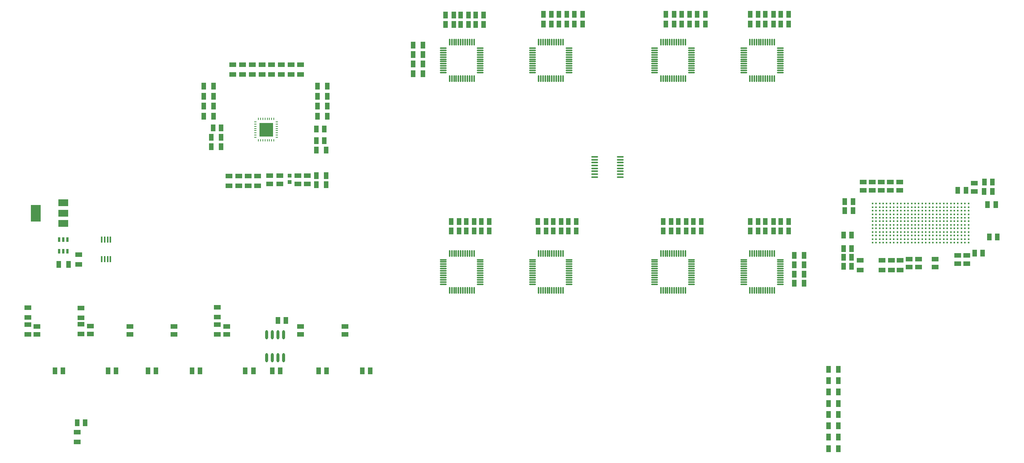
<source format=gtp>
G04 Layer_Color=8421504*
%FSLAX43Y43*%
%MOMM*%
G71*
G01*
G75*
%ADD15O,1.550X0.300*%
%ADD16O,0.300X1.550*%
%ADD17R,1.000X1.500*%
%ADD18R,2.200X1.500*%
%ADD19R,2.200X3.800*%
%ADD20R,0.450X1.450*%
%ADD21R,1.500X1.000*%
%ADD22R,0.900X0.900*%
%ADD23R,0.600X1.050*%
%ADD24O,0.600X2.100*%
%ADD25O,1.550X0.350*%
%ADD26R,3.100X3.100*%
%ADD27R,0.250X0.600*%
%ADD28R,0.600X0.250*%
%ADD29C,0.400*%
D15*
X113350Y95450D02*
D03*
Y95950D02*
D03*
Y96450D02*
D03*
Y96950D02*
D03*
Y97450D02*
D03*
Y97950D02*
D03*
Y98450D02*
D03*
Y98950D02*
D03*
Y99450D02*
D03*
Y99950D02*
D03*
Y100450D02*
D03*
Y100950D02*
D03*
X105100D02*
D03*
Y100450D02*
D03*
Y99950D02*
D03*
Y99450D02*
D03*
Y98950D02*
D03*
Y98450D02*
D03*
Y97950D02*
D03*
Y97450D02*
D03*
Y96950D02*
D03*
Y96450D02*
D03*
Y95950D02*
D03*
Y95450D02*
D03*
X180850D02*
D03*
Y95950D02*
D03*
Y96450D02*
D03*
Y96950D02*
D03*
Y97450D02*
D03*
Y97950D02*
D03*
Y98450D02*
D03*
Y98950D02*
D03*
Y99450D02*
D03*
Y99950D02*
D03*
Y100450D02*
D03*
Y100950D02*
D03*
X172600D02*
D03*
Y100450D02*
D03*
Y99950D02*
D03*
Y99450D02*
D03*
Y98950D02*
D03*
Y98450D02*
D03*
Y97950D02*
D03*
Y97450D02*
D03*
Y96950D02*
D03*
Y96450D02*
D03*
Y95950D02*
D03*
Y95450D02*
D03*
X160850D02*
D03*
Y95950D02*
D03*
Y96450D02*
D03*
Y96950D02*
D03*
Y97450D02*
D03*
Y97950D02*
D03*
Y98450D02*
D03*
Y98950D02*
D03*
Y99450D02*
D03*
Y99950D02*
D03*
Y100450D02*
D03*
Y100950D02*
D03*
X152600D02*
D03*
Y100450D02*
D03*
Y99950D02*
D03*
Y99450D02*
D03*
Y98950D02*
D03*
Y98450D02*
D03*
Y97950D02*
D03*
Y97450D02*
D03*
Y96950D02*
D03*
Y96450D02*
D03*
Y95950D02*
D03*
Y95450D02*
D03*
X133350D02*
D03*
Y95950D02*
D03*
Y96450D02*
D03*
Y96950D02*
D03*
Y97450D02*
D03*
Y97950D02*
D03*
Y98450D02*
D03*
Y98950D02*
D03*
Y99450D02*
D03*
Y99950D02*
D03*
Y100450D02*
D03*
Y100950D02*
D03*
X125100D02*
D03*
Y100450D02*
D03*
Y99950D02*
D03*
Y99450D02*
D03*
Y98950D02*
D03*
Y98450D02*
D03*
Y97950D02*
D03*
Y97450D02*
D03*
Y96950D02*
D03*
Y96450D02*
D03*
Y95950D02*
D03*
Y95450D02*
D03*
X180850Y47825D02*
D03*
Y48325D02*
D03*
Y48825D02*
D03*
Y49325D02*
D03*
Y49825D02*
D03*
Y50325D02*
D03*
Y50825D02*
D03*
Y51325D02*
D03*
Y51825D02*
D03*
Y52325D02*
D03*
Y52825D02*
D03*
Y53325D02*
D03*
X172600D02*
D03*
Y52825D02*
D03*
Y52325D02*
D03*
Y51825D02*
D03*
Y51325D02*
D03*
Y50825D02*
D03*
Y50325D02*
D03*
Y49825D02*
D03*
Y49325D02*
D03*
Y48825D02*
D03*
Y48325D02*
D03*
Y47825D02*
D03*
X160850D02*
D03*
Y48325D02*
D03*
Y48825D02*
D03*
Y49325D02*
D03*
Y49825D02*
D03*
Y50325D02*
D03*
Y50825D02*
D03*
Y51325D02*
D03*
Y51825D02*
D03*
Y52325D02*
D03*
Y52825D02*
D03*
Y53325D02*
D03*
X152600D02*
D03*
Y52825D02*
D03*
Y52325D02*
D03*
Y51825D02*
D03*
Y51325D02*
D03*
Y50825D02*
D03*
Y50325D02*
D03*
Y49825D02*
D03*
Y49325D02*
D03*
Y48825D02*
D03*
Y48325D02*
D03*
Y47825D02*
D03*
X133350D02*
D03*
Y48325D02*
D03*
Y48825D02*
D03*
Y49325D02*
D03*
Y49825D02*
D03*
Y50325D02*
D03*
Y50825D02*
D03*
Y51325D02*
D03*
Y51825D02*
D03*
Y52325D02*
D03*
Y52825D02*
D03*
Y53325D02*
D03*
X125100D02*
D03*
Y52825D02*
D03*
Y52325D02*
D03*
Y51825D02*
D03*
Y51325D02*
D03*
Y50825D02*
D03*
Y50325D02*
D03*
Y49825D02*
D03*
Y49325D02*
D03*
Y48825D02*
D03*
Y48325D02*
D03*
Y47825D02*
D03*
X113350D02*
D03*
Y48325D02*
D03*
Y48825D02*
D03*
Y49325D02*
D03*
Y49825D02*
D03*
Y50325D02*
D03*
Y50825D02*
D03*
Y51325D02*
D03*
Y51825D02*
D03*
Y52325D02*
D03*
Y52825D02*
D03*
Y53325D02*
D03*
X105100D02*
D03*
Y52825D02*
D03*
Y52325D02*
D03*
Y51825D02*
D03*
Y51325D02*
D03*
Y50825D02*
D03*
Y50325D02*
D03*
Y49825D02*
D03*
Y49325D02*
D03*
Y48825D02*
D03*
Y48325D02*
D03*
Y47825D02*
D03*
D16*
X111975Y102325D02*
D03*
X111475D02*
D03*
X110975D02*
D03*
X110475D02*
D03*
X109975D02*
D03*
X109475D02*
D03*
X108975D02*
D03*
X108475D02*
D03*
X107975D02*
D03*
X107475D02*
D03*
X106975D02*
D03*
X106475D02*
D03*
Y94075D02*
D03*
X106975D02*
D03*
X107475D02*
D03*
X107975D02*
D03*
X108475D02*
D03*
X108975D02*
D03*
X109475D02*
D03*
X109975D02*
D03*
X110475D02*
D03*
X110975D02*
D03*
X111475D02*
D03*
X111975D02*
D03*
X179475Y102325D02*
D03*
X178975D02*
D03*
X178475D02*
D03*
X177975D02*
D03*
X177475D02*
D03*
X176975D02*
D03*
X176475D02*
D03*
X175975D02*
D03*
X175475D02*
D03*
X174975D02*
D03*
X174475D02*
D03*
X173975D02*
D03*
Y94075D02*
D03*
X174475D02*
D03*
X174975D02*
D03*
X175475D02*
D03*
X175975D02*
D03*
X176475D02*
D03*
X176975D02*
D03*
X177475D02*
D03*
X177975D02*
D03*
X178475D02*
D03*
X178975D02*
D03*
X179475D02*
D03*
X159475Y102325D02*
D03*
X158975D02*
D03*
X158475D02*
D03*
X157975D02*
D03*
X157475D02*
D03*
X156975D02*
D03*
X156475D02*
D03*
X155975D02*
D03*
X155475D02*
D03*
X154975D02*
D03*
X154475D02*
D03*
X153975D02*
D03*
Y94075D02*
D03*
X154475D02*
D03*
X154975D02*
D03*
X155475D02*
D03*
X155975D02*
D03*
X156475D02*
D03*
X156975D02*
D03*
X157475D02*
D03*
X157975D02*
D03*
X158475D02*
D03*
X158975D02*
D03*
X159475D02*
D03*
X131975Y102325D02*
D03*
X131475D02*
D03*
X130975D02*
D03*
X130475D02*
D03*
X129975D02*
D03*
X129475D02*
D03*
X128975D02*
D03*
X128475D02*
D03*
X127975D02*
D03*
X127475D02*
D03*
X126975D02*
D03*
X126475D02*
D03*
Y94075D02*
D03*
X126975D02*
D03*
X127475D02*
D03*
X127975D02*
D03*
X128475D02*
D03*
X128975D02*
D03*
X129475D02*
D03*
X129975D02*
D03*
X130475D02*
D03*
X130975D02*
D03*
X131475D02*
D03*
X131975D02*
D03*
X179475Y54700D02*
D03*
X178975D02*
D03*
X178475D02*
D03*
X177975D02*
D03*
X177475D02*
D03*
X176975D02*
D03*
X176475D02*
D03*
X175975D02*
D03*
X175475D02*
D03*
X174975D02*
D03*
X174475D02*
D03*
X173975D02*
D03*
Y46450D02*
D03*
X174475D02*
D03*
X174975D02*
D03*
X175475D02*
D03*
X175975D02*
D03*
X176475D02*
D03*
X176975D02*
D03*
X177475D02*
D03*
X177975D02*
D03*
X178475D02*
D03*
X178975D02*
D03*
X179475D02*
D03*
X159475Y54700D02*
D03*
X158975D02*
D03*
X158475D02*
D03*
X157975D02*
D03*
X157475D02*
D03*
X156975D02*
D03*
X156475D02*
D03*
X155975D02*
D03*
X155475D02*
D03*
X154975D02*
D03*
X154475D02*
D03*
X153975D02*
D03*
Y46450D02*
D03*
X154475D02*
D03*
X154975D02*
D03*
X155475D02*
D03*
X155975D02*
D03*
X156475D02*
D03*
X156975D02*
D03*
X157475D02*
D03*
X157975D02*
D03*
X158475D02*
D03*
X158975D02*
D03*
X159475D02*
D03*
X131975Y54700D02*
D03*
X131475D02*
D03*
X130975D02*
D03*
X130475D02*
D03*
X129975D02*
D03*
X129475D02*
D03*
X128975D02*
D03*
X128475D02*
D03*
X127975D02*
D03*
X127475D02*
D03*
X126975D02*
D03*
X126475D02*
D03*
Y46450D02*
D03*
X126975D02*
D03*
X127475D02*
D03*
X127975D02*
D03*
X128475D02*
D03*
X128975D02*
D03*
X129475D02*
D03*
X129975D02*
D03*
X130475D02*
D03*
X130975D02*
D03*
X131475D02*
D03*
X131975D02*
D03*
X111975Y54700D02*
D03*
X111475D02*
D03*
X110975D02*
D03*
X110475D02*
D03*
X109975D02*
D03*
X109475D02*
D03*
X108975D02*
D03*
X108475D02*
D03*
X107975D02*
D03*
X107475D02*
D03*
X106975D02*
D03*
X106475D02*
D03*
Y46450D02*
D03*
X106975D02*
D03*
X107475D02*
D03*
X107975D02*
D03*
X108475D02*
D03*
X108975D02*
D03*
X109475D02*
D03*
X109975D02*
D03*
X110475D02*
D03*
X110975D02*
D03*
X111475D02*
D03*
X111975D02*
D03*
D17*
X129762Y61925D02*
D03*
X131562D02*
D03*
X31525Y28350D02*
D03*
X29725D02*
D03*
X19575D02*
D03*
X17775D02*
D03*
X195025Y55825D02*
D03*
X196825D02*
D03*
X69706Y39698D02*
D03*
X67906D02*
D03*
X68381Y28325D02*
D03*
X66581D02*
D03*
X224500Y54825D02*
D03*
X226300D02*
D03*
X220750Y68950D02*
D03*
X222550D02*
D03*
X229225Y65750D02*
D03*
X227425D02*
D03*
X229625Y58450D02*
D03*
X227825D02*
D03*
X226700Y70775D02*
D03*
X228500D02*
D03*
X226675Y68725D02*
D03*
X228475D02*
D03*
X195357Y64375D02*
D03*
X197157D02*
D03*
X195357Y66450D02*
D03*
X197157D02*
D03*
X195075Y58850D02*
D03*
X196875D02*
D03*
X195025Y53850D02*
D03*
X196825D02*
D03*
X195025Y51887D02*
D03*
X196825D02*
D03*
X53325Y82975D02*
D03*
X55125D02*
D03*
X78336Y82725D02*
D03*
X76536D02*
D03*
X78336Y80100D02*
D03*
X76536D02*
D03*
X88625Y28325D02*
D03*
X86825D02*
D03*
X78825D02*
D03*
X77025D02*
D03*
X62350D02*
D03*
X60550D02*
D03*
X40475Y28350D02*
D03*
X38675D02*
D03*
X50375Y28325D02*
D03*
X48575D02*
D03*
X24525Y16600D02*
D03*
X22725D02*
D03*
X106825Y61925D02*
D03*
X108625D02*
D03*
X106825Y59800D02*
D03*
X108625D02*
D03*
X110200D02*
D03*
X112000D02*
D03*
X113600Y61925D02*
D03*
X115400D02*
D03*
X113575Y59800D02*
D03*
X115375D02*
D03*
X126350Y61925D02*
D03*
X128150D02*
D03*
X126400Y59800D02*
D03*
X128200D02*
D03*
X129788D02*
D03*
X131587D02*
D03*
X133175Y61925D02*
D03*
X134975D02*
D03*
X133175Y59800D02*
D03*
X134975D02*
D03*
X154525Y61925D02*
D03*
X156325D02*
D03*
X154525Y59800D02*
D03*
X156325D02*
D03*
X157887D02*
D03*
X159687D02*
D03*
X161275Y61925D02*
D03*
X163075D02*
D03*
X161250Y59800D02*
D03*
X163050D02*
D03*
X174050Y61925D02*
D03*
X175850D02*
D03*
X174050Y59800D02*
D03*
X175850D02*
D03*
X177475D02*
D03*
X179275D02*
D03*
X180900Y61925D02*
D03*
X182700D02*
D03*
X180900Y59800D02*
D03*
X182700D02*
D03*
X105600Y108400D02*
D03*
X107400D02*
D03*
X105600Y106250D02*
D03*
X107400D02*
D03*
X108975Y106250D02*
D03*
X110775D02*
D03*
X112350Y108400D02*
D03*
X114150D02*
D03*
X112350Y106250D02*
D03*
X114150D02*
D03*
X127575Y108550D02*
D03*
X129375D02*
D03*
X127575Y106400D02*
D03*
X129375D02*
D03*
X131050Y108550D02*
D03*
X132850D02*
D03*
X131050Y106400D02*
D03*
X132850D02*
D03*
X134550Y108550D02*
D03*
X136350D02*
D03*
X134550Y106400D02*
D03*
X136350D02*
D03*
X155125Y108550D02*
D03*
X156925D02*
D03*
X155125Y106400D02*
D03*
X156925D02*
D03*
X158625Y108550D02*
D03*
X160425D02*
D03*
X158625Y106400D02*
D03*
X160425D02*
D03*
X163950Y108550D02*
D03*
X162150D02*
D03*
X163950Y106400D02*
D03*
X162150D02*
D03*
X174050Y108550D02*
D03*
X175850D02*
D03*
X174050Y106400D02*
D03*
X175850D02*
D03*
X177475Y108550D02*
D03*
X179275D02*
D03*
X177475Y106400D02*
D03*
X179275D02*
D03*
X182700Y108550D02*
D03*
X180900D02*
D03*
X182700Y106400D02*
D03*
X180900D02*
D03*
X51236Y92400D02*
D03*
X53436D02*
D03*
X51236Y90137D02*
D03*
X53436D02*
D03*
X76786Y92400D02*
D03*
X78986D02*
D03*
X76786Y90137D02*
D03*
X78986D02*
D03*
X76786Y87875D02*
D03*
X78986D02*
D03*
X76786Y85612D02*
D03*
X78986D02*
D03*
X51236Y87875D02*
D03*
X53436D02*
D03*
X51236Y85612D02*
D03*
X53436D02*
D03*
X52925Y80850D02*
D03*
X55125D02*
D03*
X52925Y78775D02*
D03*
X55125D02*
D03*
X76511Y72225D02*
D03*
X78711D02*
D03*
Y70200D02*
D03*
X76511D02*
D03*
X78736Y78025D02*
D03*
X76536D02*
D03*
X191675Y10800D02*
D03*
X193875D02*
D03*
X191675Y13370D02*
D03*
X193875D02*
D03*
X191675Y15950D02*
D03*
X193875D02*
D03*
X191675Y18450D02*
D03*
X193875D02*
D03*
X191675Y20975D02*
D03*
X193875D02*
D03*
X191675Y23550D02*
D03*
X193875D02*
D03*
X191675Y26075D02*
D03*
X193875D02*
D03*
X191675Y28610D02*
D03*
X193875D02*
D03*
X98325Y97375D02*
D03*
X100525D02*
D03*
X98325Y99525D02*
D03*
X100525D02*
D03*
X20825Y52275D02*
D03*
X18625D02*
D03*
X98325Y95225D02*
D03*
X100525D02*
D03*
X98325Y101675D02*
D03*
X100525D02*
D03*
X186200Y54300D02*
D03*
X184000D02*
D03*
X186200Y52175D02*
D03*
X184000D02*
D03*
X186200Y50100D02*
D03*
X184000D02*
D03*
X186200Y48025D02*
D03*
X184000D02*
D03*
X108975Y108400D02*
D03*
X110775D02*
D03*
X177475Y61925D02*
D03*
X179275D02*
D03*
X157900D02*
D03*
X159700D02*
D03*
X110212D02*
D03*
X112012D02*
D03*
D18*
X19650Y63825D02*
D03*
Y61525D02*
D03*
Y66125D02*
D03*
D19*
X13450Y63825D02*
D03*
D20*
X28300Y53475D02*
D03*
X28950D02*
D03*
X29600D02*
D03*
X30250D02*
D03*
X28300Y57875D02*
D03*
X28950D02*
D03*
X29600D02*
D03*
X30250D02*
D03*
D21*
X220675Y52475D02*
D03*
Y54275D02*
D03*
X215625Y51650D02*
D03*
Y53450D02*
D03*
X222725Y52475D02*
D03*
Y54275D02*
D03*
X205600Y70775D02*
D03*
Y68975D02*
D03*
X211875Y51650D02*
D03*
Y53450D02*
D03*
X224450Y70525D02*
D03*
Y68725D02*
D03*
X207675Y70775D02*
D03*
Y68975D02*
D03*
X203550Y70775D02*
D03*
Y68975D02*
D03*
X201500Y70775D02*
D03*
Y68975D02*
D03*
X209825Y51650D02*
D03*
Y53450D02*
D03*
X199425Y70775D02*
D03*
Y68975D02*
D03*
X74511Y70425D02*
D03*
Y72225D02*
D03*
X72361Y70425D02*
D03*
Y72225D02*
D03*
X68336Y70425D02*
D03*
Y72225D02*
D03*
X66061Y70425D02*
D03*
Y72225D02*
D03*
X83000Y38325D02*
D03*
Y36525D02*
D03*
X72975Y38325D02*
D03*
Y36525D02*
D03*
X25700Y38425D02*
D03*
Y36625D02*
D03*
X56375Y38325D02*
D03*
Y36525D02*
D03*
X13740Y38340D02*
D03*
Y36540D02*
D03*
X34650Y38340D02*
D03*
Y36540D02*
D03*
X44515Y38340D02*
D03*
Y36540D02*
D03*
X22775Y12275D02*
D03*
Y14475D02*
D03*
X57761Y95000D02*
D03*
Y97200D02*
D03*
X59939Y95000D02*
D03*
Y97200D02*
D03*
X62118Y95000D02*
D03*
Y97200D02*
D03*
X64296Y95000D02*
D03*
Y97200D02*
D03*
X66475Y95000D02*
D03*
Y97200D02*
D03*
X68654Y95000D02*
D03*
Y97200D02*
D03*
X70832Y95000D02*
D03*
Y97200D02*
D03*
X73011Y95000D02*
D03*
Y97200D02*
D03*
X56911Y70000D02*
D03*
Y72200D02*
D03*
X59052Y70000D02*
D03*
Y72200D02*
D03*
X61194Y70000D02*
D03*
Y72200D02*
D03*
X63336Y70000D02*
D03*
Y72200D02*
D03*
X54275Y38725D02*
D03*
Y36525D02*
D03*
X207800Y50975D02*
D03*
Y53175D02*
D03*
X205775Y50975D02*
D03*
Y53175D02*
D03*
X203725Y50975D02*
D03*
Y53175D02*
D03*
X198775Y50975D02*
D03*
Y53175D02*
D03*
X11640Y42525D02*
D03*
Y40325D02*
D03*
Y38740D02*
D03*
Y36540D02*
D03*
X54275Y42600D02*
D03*
Y40400D02*
D03*
X23600Y38825D02*
D03*
Y36625D02*
D03*
Y42425D02*
D03*
Y40225D02*
D03*
X23075Y54475D02*
D03*
Y52275D02*
D03*
D22*
X70486Y70850D02*
D03*
Y72250D02*
D03*
D23*
X19625Y57900D02*
D03*
Y55200D02*
D03*
X18675Y57900D02*
D03*
X20575D02*
D03*
Y55200D02*
D03*
X18675D02*
D03*
D24*
X69161Y36473D02*
D03*
X67891D02*
D03*
X66621D02*
D03*
X65351D02*
D03*
X69161Y31273D02*
D03*
X67891D02*
D03*
X66621D02*
D03*
X65351D02*
D03*
D25*
X139125Y76500D02*
D03*
Y75850D02*
D03*
Y75200D02*
D03*
Y74550D02*
D03*
Y73900D02*
D03*
Y73250D02*
D03*
Y72600D02*
D03*
Y71950D02*
D03*
X144875Y76500D02*
D03*
Y75850D02*
D03*
Y75200D02*
D03*
Y74550D02*
D03*
Y73900D02*
D03*
Y73250D02*
D03*
Y72600D02*
D03*
Y71950D02*
D03*
D26*
X65236Y82625D02*
D03*
D27*
X63486Y85025D02*
D03*
X63986D02*
D03*
X64486D02*
D03*
X64986D02*
D03*
X65486D02*
D03*
X65986D02*
D03*
X66486D02*
D03*
X66986D02*
D03*
Y80225D02*
D03*
X66486D02*
D03*
X65986D02*
D03*
X65486D02*
D03*
X64986D02*
D03*
X64486D02*
D03*
X63986D02*
D03*
X63486D02*
D03*
D28*
X67636Y84375D02*
D03*
Y83875D02*
D03*
Y83375D02*
D03*
Y82875D02*
D03*
Y82375D02*
D03*
Y81875D02*
D03*
Y81375D02*
D03*
Y80875D02*
D03*
X62836D02*
D03*
Y81375D02*
D03*
Y81875D02*
D03*
Y82375D02*
D03*
Y82875D02*
D03*
Y83375D02*
D03*
Y83875D02*
D03*
Y84375D02*
D03*
D29*
X201550Y65975D02*
D03*
X202350D02*
D03*
X203150D02*
D03*
X203950D02*
D03*
X204750D02*
D03*
X205550D02*
D03*
X206350D02*
D03*
X207150D02*
D03*
X207950D02*
D03*
X208750D02*
D03*
X209550D02*
D03*
X210350D02*
D03*
X211150D02*
D03*
X211950D02*
D03*
X212750D02*
D03*
X213550D02*
D03*
X214350D02*
D03*
X215150D02*
D03*
X215950D02*
D03*
X216750D02*
D03*
X217550D02*
D03*
X218350D02*
D03*
X219150D02*
D03*
X219950D02*
D03*
X220750D02*
D03*
X221550D02*
D03*
X222350D02*
D03*
X201550Y65175D02*
D03*
X202350D02*
D03*
X203150D02*
D03*
X203950D02*
D03*
X204750D02*
D03*
X205550D02*
D03*
X206350D02*
D03*
X207150D02*
D03*
X207950D02*
D03*
X208750D02*
D03*
X209550D02*
D03*
X210350D02*
D03*
X211150D02*
D03*
X211950D02*
D03*
X212750D02*
D03*
X213550D02*
D03*
X214350D02*
D03*
X215150D02*
D03*
X215950D02*
D03*
X216750D02*
D03*
X217550D02*
D03*
X218350D02*
D03*
X219150D02*
D03*
X219950D02*
D03*
X220750D02*
D03*
X221550D02*
D03*
X222350D02*
D03*
X201550Y64375D02*
D03*
X202350D02*
D03*
X203150D02*
D03*
X203950D02*
D03*
X204750D02*
D03*
X205550D02*
D03*
X206350D02*
D03*
X207150D02*
D03*
X207950D02*
D03*
X208750D02*
D03*
X209550D02*
D03*
X210350D02*
D03*
X211150D02*
D03*
X211950D02*
D03*
X212750D02*
D03*
X213550D02*
D03*
X214350D02*
D03*
X215150D02*
D03*
X215950D02*
D03*
X216750D02*
D03*
X217550D02*
D03*
X218350D02*
D03*
X219150D02*
D03*
X219950D02*
D03*
X220750D02*
D03*
X221550D02*
D03*
X222350D02*
D03*
X201550Y63575D02*
D03*
X202350D02*
D03*
X203150D02*
D03*
X203950D02*
D03*
X204750D02*
D03*
X205550D02*
D03*
X206350D02*
D03*
X207150D02*
D03*
X207950D02*
D03*
X208750D02*
D03*
X209550D02*
D03*
X210350D02*
D03*
X211150D02*
D03*
X211950D02*
D03*
X212750D02*
D03*
X213550D02*
D03*
X214350D02*
D03*
X215150D02*
D03*
X215950D02*
D03*
X216750D02*
D03*
X217550D02*
D03*
X218350D02*
D03*
X219150D02*
D03*
X219950D02*
D03*
X220750D02*
D03*
X221550D02*
D03*
X222350D02*
D03*
X223150Y65975D02*
D03*
Y65175D02*
D03*
Y64375D02*
D03*
Y63575D02*
D03*
Y57975D02*
D03*
X222350Y57175D02*
D03*
X221550D02*
D03*
X220750D02*
D03*
X219950D02*
D03*
X219150D02*
D03*
X218350D02*
D03*
X217550D02*
D03*
X216750D02*
D03*
X215950D02*
D03*
X215150D02*
D03*
X214350D02*
D03*
X213550D02*
D03*
X212750D02*
D03*
X211950D02*
D03*
X211150D02*
D03*
X210350D02*
D03*
X209550D02*
D03*
X208750D02*
D03*
X207950D02*
D03*
X207150D02*
D03*
X206350D02*
D03*
X205550D02*
D03*
X204750D02*
D03*
X203950D02*
D03*
X203150D02*
D03*
X202350D02*
D03*
X201550D02*
D03*
X223150D02*
D03*
Y58775D02*
D03*
Y59575D02*
D03*
Y60375D02*
D03*
Y61175D02*
D03*
Y61975D02*
D03*
Y62775D02*
D03*
X222350Y57975D02*
D03*
X221550D02*
D03*
X220750D02*
D03*
X219950D02*
D03*
X219150D02*
D03*
X218350D02*
D03*
X217550D02*
D03*
X216750D02*
D03*
X215950D02*
D03*
X215150D02*
D03*
X214350D02*
D03*
X213550D02*
D03*
X212750D02*
D03*
X211950D02*
D03*
X211150D02*
D03*
X210350D02*
D03*
X209550D02*
D03*
X208750D02*
D03*
X207950D02*
D03*
X207150D02*
D03*
X206350D02*
D03*
X205550D02*
D03*
X204750D02*
D03*
X203950D02*
D03*
X203150D02*
D03*
X202350D02*
D03*
X201550D02*
D03*
X222350Y58775D02*
D03*
X221550D02*
D03*
X220750D02*
D03*
X219950D02*
D03*
X219150D02*
D03*
X218350D02*
D03*
X217550D02*
D03*
X216750D02*
D03*
X215950D02*
D03*
X215150D02*
D03*
X214350D02*
D03*
X213550D02*
D03*
X212750D02*
D03*
X211950D02*
D03*
X211150D02*
D03*
X210350D02*
D03*
X209550D02*
D03*
X208750D02*
D03*
X207950D02*
D03*
X207150D02*
D03*
X206350D02*
D03*
X205550D02*
D03*
X204750D02*
D03*
X203950D02*
D03*
X203150D02*
D03*
X202350D02*
D03*
X201550D02*
D03*
X222350Y59575D02*
D03*
X221550D02*
D03*
X220750D02*
D03*
X219950D02*
D03*
X219150D02*
D03*
X218350D02*
D03*
X217550D02*
D03*
X216750D02*
D03*
X215950D02*
D03*
X215150D02*
D03*
X214350D02*
D03*
X213550D02*
D03*
X212750D02*
D03*
X211950D02*
D03*
X211150D02*
D03*
X210350D02*
D03*
X209550D02*
D03*
X208750D02*
D03*
X207950D02*
D03*
X207150D02*
D03*
X206350D02*
D03*
X205550D02*
D03*
X204750D02*
D03*
X203950D02*
D03*
X203150D02*
D03*
X202350D02*
D03*
X201550D02*
D03*
X222350Y60375D02*
D03*
X221550D02*
D03*
X220750D02*
D03*
X219950D02*
D03*
X219150D02*
D03*
X218350D02*
D03*
X217550D02*
D03*
X216750D02*
D03*
X215950D02*
D03*
X215150D02*
D03*
X214350D02*
D03*
X213550D02*
D03*
X212750D02*
D03*
X211950D02*
D03*
X211150D02*
D03*
X210350D02*
D03*
X209550D02*
D03*
X208750D02*
D03*
X207950D02*
D03*
X207150D02*
D03*
X206350D02*
D03*
X205550D02*
D03*
X204750D02*
D03*
X203950D02*
D03*
X203150D02*
D03*
X202350D02*
D03*
X201550D02*
D03*
X222350Y61175D02*
D03*
X221550D02*
D03*
X220750D02*
D03*
X219950D02*
D03*
X219150D02*
D03*
X218350D02*
D03*
X217550D02*
D03*
X216750D02*
D03*
X215950D02*
D03*
X215150D02*
D03*
X214350D02*
D03*
X213550D02*
D03*
X212750D02*
D03*
X211950D02*
D03*
X211150D02*
D03*
X210350D02*
D03*
X209550D02*
D03*
X208750D02*
D03*
X207950D02*
D03*
X207150D02*
D03*
X206350D02*
D03*
X205550D02*
D03*
X204750D02*
D03*
X203950D02*
D03*
X203150D02*
D03*
X202350D02*
D03*
X201550D02*
D03*
X222350Y61975D02*
D03*
X221550D02*
D03*
X220750D02*
D03*
X219950D02*
D03*
X219150D02*
D03*
X218350D02*
D03*
X217550D02*
D03*
X216750D02*
D03*
X215950D02*
D03*
X215150D02*
D03*
X214350D02*
D03*
X213550D02*
D03*
X212750D02*
D03*
X211950D02*
D03*
X211150D02*
D03*
X210350D02*
D03*
X209550D02*
D03*
X208750D02*
D03*
X207950D02*
D03*
X207150D02*
D03*
X206350D02*
D03*
X205550D02*
D03*
X204750D02*
D03*
X203950D02*
D03*
X203150D02*
D03*
X202350D02*
D03*
X201550D02*
D03*
X222350Y62775D02*
D03*
X221550D02*
D03*
X220750D02*
D03*
X219950D02*
D03*
X219150D02*
D03*
X218350D02*
D03*
X217550D02*
D03*
X216750D02*
D03*
X215950D02*
D03*
X215150D02*
D03*
X214350D02*
D03*
X213550D02*
D03*
X212750D02*
D03*
X211950D02*
D03*
X211150D02*
D03*
X210350D02*
D03*
X209550D02*
D03*
X208750D02*
D03*
X207950D02*
D03*
X207150D02*
D03*
X206350D02*
D03*
X205550D02*
D03*
X204750D02*
D03*
X203950D02*
D03*
X203150D02*
D03*
X202350D02*
D03*
X201550D02*
D03*
M02*

</source>
